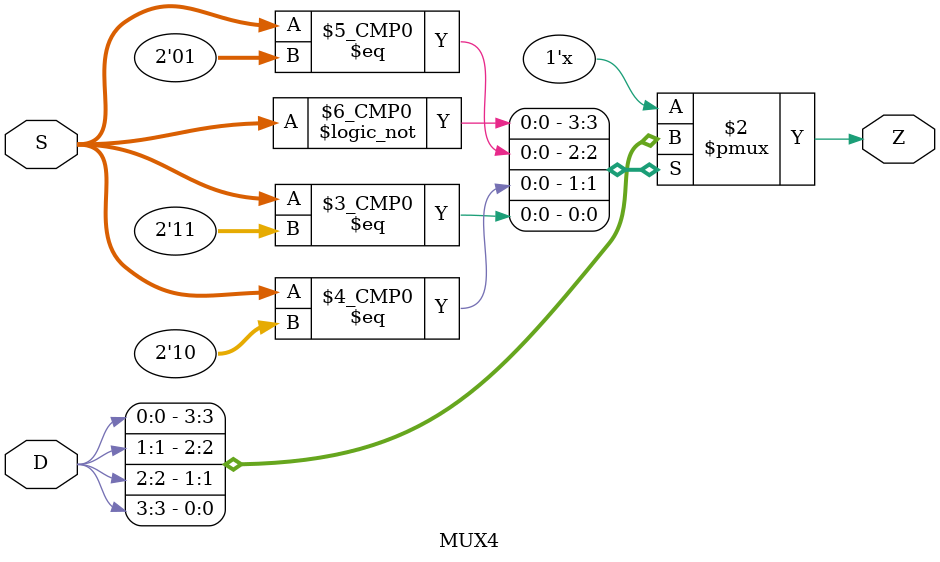
<source format=v>


`timescale 1ns / 100ps

module MUX4 (

   input wire [3:0] D,
   input wire [1:0] S,
   output reg Z

   ) ;


   ////////////////////////////////
   //   behavioral description   //
   ////////////////////////////////

   // use a case statement
   always @(*) begin

      case( S[1:0] )

         2'b00 : Z = D[0] ;
         2'b01 : Z = D[1] ;
         2'b10 : Z = D[2] ;
         2'b11 : Z = D[3] ;

      endcase
   end  // always

endmodule


</source>
